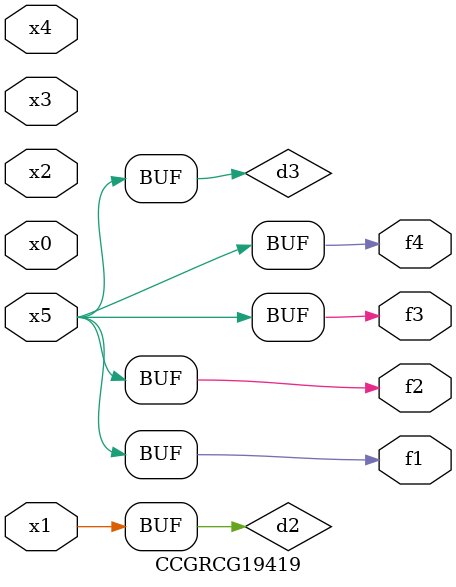
<source format=v>
module CCGRCG19419(
	input x0, x1, x2, x3, x4, x5,
	output f1, f2, f3, f4
);

	wire d1, d2, d3;

	not (d1, x5);
	or (d2, x1);
	xnor (d3, d1);
	assign f1 = d3;
	assign f2 = d3;
	assign f3 = d3;
	assign f4 = d3;
endmodule

</source>
